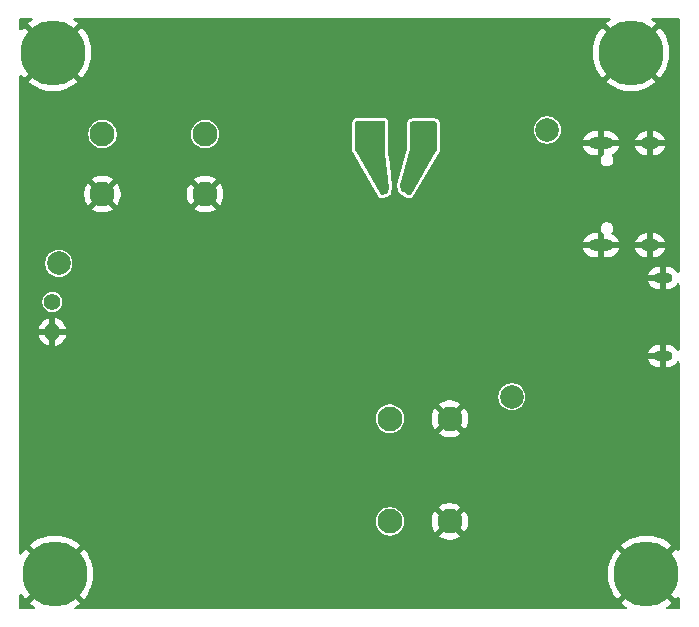
<source format=gbl>
G04 #@! TF.GenerationSoftware,KiCad,Pcbnew,9.0.0*
G04 #@! TF.CreationDate,2025-04-25T18:31:33-04:00*
G04 #@! TF.ProjectId,bq25171_breakout,62713235-3137-4315-9f62-7265616b6f75,rev?*
G04 #@! TF.SameCoordinates,Original*
G04 #@! TF.FileFunction,Copper,L2,Bot*
G04 #@! TF.FilePolarity,Positive*
%FSLAX46Y46*%
G04 Gerber Fmt 4.6, Leading zero omitted, Abs format (unit mm)*
G04 Created by KiCad (PCBNEW 9.0.0) date 2025-04-25 18:31:33*
%MOMM*%
%LPD*%
G01*
G04 APERTURE LIST*
G04 #@! TA.AperFunction,ComponentPad*
%ADD10C,5.500000*%
G04 #@! TD*
G04 #@! TA.AperFunction,ComponentPad*
%ADD11C,2.100000*%
G04 #@! TD*
G04 #@! TA.AperFunction,ComponentPad*
%ADD12C,2.000000*%
G04 #@! TD*
G04 #@! TA.AperFunction,ComponentPad*
%ADD13C,1.400000*%
G04 #@! TD*
G04 #@! TA.AperFunction,ComponentPad*
%ADD14O,1.400000X1.400000*%
G04 #@! TD*
G04 #@! TA.AperFunction,HeatsinkPad*
%ADD15O,2.100000X1.000000*%
G04 #@! TD*
G04 #@! TA.AperFunction,HeatsinkPad*
%ADD16O,1.600000X1.000000*%
G04 #@! TD*
G04 #@! TA.AperFunction,HeatsinkPad*
%ADD17O,1.600000X0.900000*%
G04 #@! TD*
G04 #@! TA.AperFunction,ViaPad*
%ADD18C,0.600000*%
G04 #@! TD*
G04 #@! TA.AperFunction,ViaPad*
%ADD19C,0.450000*%
G04 #@! TD*
G04 APERTURE END LIST*
D10*
X104230000Y-121650000D03*
D11*
X116967500Y-84410000D03*
X108267500Y-84410000D03*
X116967500Y-89490000D03*
X108267500Y-89490000D03*
D10*
X153030000Y-77500000D03*
D12*
X142930000Y-106650000D03*
D10*
X104080000Y-77500000D03*
D13*
X104030000Y-98617500D03*
D14*
X104030000Y-101157500D03*
D12*
X145930000Y-84050000D03*
D10*
X154330000Y-121650000D03*
D15*
X150475000Y-93820000D03*
D16*
X154655000Y-93820000D03*
D15*
X150475000Y-85180000D03*
D16*
X154655000Y-85180000D03*
D17*
X155730000Y-103200000D03*
X155730000Y-96600000D03*
D11*
X132600000Y-108500000D03*
X132600000Y-117200000D03*
X137680000Y-108500000D03*
X137680000Y-117200000D03*
D12*
X104580000Y-95350000D03*
D18*
X134030000Y-92550000D03*
X141780000Y-85050000D03*
D19*
X133730000Y-91100000D03*
D18*
X131630000Y-95950000D03*
X105930000Y-101337500D03*
X131930000Y-95350000D03*
X142430000Y-85050000D03*
X110630000Y-99250000D03*
X126830000Y-84400000D03*
X137330000Y-85300000D03*
X144430000Y-90150000D03*
X108530000Y-98125000D03*
D19*
X132430000Y-91100000D03*
D18*
X124830000Y-84850000D03*
D19*
X111580000Y-97000000D03*
D18*
X103875650Y-113553957D03*
D19*
X110980000Y-97950000D03*
X110430000Y-97000000D03*
D18*
X131130000Y-91950000D03*
X111330000Y-99250000D03*
X139780000Y-84550000D03*
X124180000Y-84850000D03*
X137330000Y-85950000D03*
X128980000Y-85150000D03*
X144430000Y-88450000D03*
X136130000Y-91650000D03*
X139130000Y-84550000D03*
D19*
X110980000Y-96050000D03*
D18*
X131230000Y-95350000D03*
X128980000Y-85800000D03*
X134730000Y-92650000D03*
X109830000Y-113650000D03*
X127480000Y-84400000D03*
X134330000Y-93150000D03*
D19*
X131980000Y-89350000D03*
D18*
X130030000Y-83700000D03*
D19*
X131730000Y-88850000D03*
X132280000Y-88850000D03*
D18*
X130030000Y-84900000D03*
X130030000Y-85500000D03*
X130030000Y-84300000D03*
X136230000Y-84300000D03*
X136230000Y-83700000D03*
X136230000Y-84900000D03*
D19*
X134230000Y-88850000D03*
D18*
X136230000Y-85500000D03*
D19*
X134237152Y-89362500D03*
X133730000Y-88900000D03*
G04 #@! TA.AperFunction,Conductor*
G36*
X132173039Y-83319685D02*
G01*
X132218794Y-83372489D01*
X132230000Y-83424000D01*
X132230000Y-86050006D01*
X132528429Y-88934816D01*
X132527841Y-88965111D01*
X132481496Y-89289528D01*
X132452528Y-89353110D01*
X132414196Y-89382901D01*
X132006774Y-89586612D01*
X131938009Y-89598987D01*
X131873470Y-89572219D01*
X131844007Y-89537831D01*
X131737489Y-89353846D01*
X129696687Y-85828823D01*
X129680000Y-85766695D01*
X129680000Y-83424000D01*
X129699685Y-83356961D01*
X129752489Y-83311206D01*
X129804000Y-83300000D01*
X132106000Y-83300000D01*
X132173039Y-83319685D01*
G37*
G04 #@! TD.AperFunction*
G04 #@! TA.AperFunction,Conductor*
G36*
X103009588Y-122692330D02*
G01*
X103187670Y-122870412D01*
X103289301Y-122944251D01*
X102114971Y-124118580D01*
X102114972Y-124118581D01*
X102291637Y-124263567D01*
X102291651Y-124263577D01*
X102529343Y-124422398D01*
X102574148Y-124476010D01*
X102582855Y-124545335D01*
X102552701Y-124608362D01*
X102493258Y-124645082D01*
X102460452Y-124649500D01*
X101354500Y-124649500D01*
X101287461Y-124629815D01*
X101241706Y-124577011D01*
X101230500Y-124525500D01*
X101230500Y-123419548D01*
X101250185Y-123352509D01*
X101302989Y-123306754D01*
X101372147Y-123296810D01*
X101435703Y-123325835D01*
X101457602Y-123350657D01*
X101616422Y-123588348D01*
X101616432Y-123588362D01*
X101761418Y-123765027D01*
X102935747Y-122590697D01*
X103009588Y-122692330D01*
G37*
G04 #@! TD.AperFunction*
G04 #@! TA.AperFunction,Conductor*
G36*
X151252660Y-74570185D02*
G01*
X151298415Y-74622989D01*
X151308359Y-74692147D01*
X151279334Y-74755703D01*
X151254512Y-74777602D01*
X151091651Y-74886422D01*
X151091650Y-74886423D01*
X150914971Y-75031418D01*
X152089301Y-76205748D01*
X151987670Y-76279588D01*
X151809588Y-76457670D01*
X151735748Y-76559301D01*
X150561418Y-75384971D01*
X150416423Y-75561650D01*
X150416422Y-75561651D01*
X150239025Y-75827144D01*
X150239014Y-75827162D01*
X150088495Y-76108762D01*
X150088493Y-76108767D01*
X149966292Y-76403786D01*
X149873594Y-76709371D01*
X149873591Y-76709382D01*
X149811301Y-77022544D01*
X149811298Y-77022561D01*
X149780000Y-77340341D01*
X149780000Y-77659658D01*
X149811298Y-77977438D01*
X149811301Y-77977455D01*
X149873591Y-78290617D01*
X149873594Y-78290628D01*
X149966292Y-78596213D01*
X150088493Y-78891232D01*
X150088495Y-78891237D01*
X150239014Y-79172837D01*
X150239025Y-79172855D01*
X150416422Y-79438348D01*
X150416432Y-79438362D01*
X150561418Y-79615027D01*
X151735747Y-78440697D01*
X151809588Y-78542330D01*
X151987670Y-78720412D01*
X152089301Y-78794251D01*
X150914971Y-79968580D01*
X150914972Y-79968581D01*
X151091637Y-80113567D01*
X151091651Y-80113577D01*
X151357144Y-80290974D01*
X151357162Y-80290985D01*
X151638762Y-80441504D01*
X151638767Y-80441506D01*
X151933786Y-80563707D01*
X152239371Y-80656405D01*
X152239382Y-80656408D01*
X152552544Y-80718698D01*
X152552561Y-80718701D01*
X152870341Y-80750000D01*
X153189659Y-80750000D01*
X153507438Y-80718701D01*
X153507455Y-80718698D01*
X153820617Y-80656408D01*
X153820628Y-80656405D01*
X154126213Y-80563707D01*
X154421232Y-80441506D01*
X154421237Y-80441504D01*
X154702837Y-80290985D01*
X154702855Y-80290974D01*
X154968348Y-80113577D01*
X154968361Y-80113567D01*
X155145026Y-79968581D01*
X155145027Y-79968580D01*
X153970698Y-78794251D01*
X154072330Y-78720412D01*
X154250412Y-78542330D01*
X154324251Y-78440698D01*
X155498580Y-79615027D01*
X155498581Y-79615026D01*
X155643567Y-79438361D01*
X155643577Y-79438348D01*
X155820974Y-79172855D01*
X155820985Y-79172837D01*
X155971504Y-78891237D01*
X155971506Y-78891232D01*
X156093707Y-78596213D01*
X156186405Y-78290628D01*
X156186408Y-78290617D01*
X156248698Y-77977455D01*
X156248701Y-77977438D01*
X156280000Y-77659658D01*
X156280000Y-77340341D01*
X156248701Y-77022561D01*
X156248698Y-77022544D01*
X156186408Y-76709382D01*
X156186405Y-76709371D01*
X156093707Y-76403786D01*
X155971506Y-76108767D01*
X155971504Y-76108762D01*
X155820985Y-75827162D01*
X155820974Y-75827144D01*
X155643577Y-75561651D01*
X155643567Y-75561637D01*
X155498581Y-75384972D01*
X155498580Y-75384971D01*
X154324250Y-76559300D01*
X154250412Y-76457670D01*
X154072330Y-76279588D01*
X153970698Y-76205748D01*
X155145027Y-75031418D01*
X154968362Y-74886432D01*
X154968348Y-74886422D01*
X154805488Y-74777602D01*
X154760683Y-74723990D01*
X154751976Y-74654665D01*
X154782130Y-74591637D01*
X154841573Y-74554918D01*
X154874379Y-74550500D01*
X157005500Y-74550500D01*
X157072539Y-74570185D01*
X157118294Y-74622989D01*
X157129500Y-74674500D01*
X157129500Y-96051958D01*
X157109815Y-96118997D01*
X157057011Y-96164752D01*
X156987853Y-96174696D01*
X156924297Y-96145671D01*
X156902398Y-96120849D01*
X156817913Y-95994410D01*
X156817910Y-95994406D01*
X156685593Y-95862089D01*
X156685589Y-95862086D01*
X156530000Y-95758124D01*
X156529991Y-95758119D01*
X156357105Y-95686508D01*
X156357097Y-95686506D01*
X156173570Y-95650000D01*
X155980000Y-95650000D01*
X155980000Y-96350000D01*
X155480000Y-96350000D01*
X155480000Y-95650000D01*
X155286430Y-95650000D01*
X155102902Y-95686506D01*
X155102894Y-95686508D01*
X154930008Y-95758119D01*
X154929999Y-95758124D01*
X154774410Y-95862086D01*
X154774406Y-95862089D01*
X154642089Y-95994406D01*
X154642086Y-95994410D01*
X154538124Y-96149999D01*
X154538119Y-96150008D01*
X154466507Y-96322896D01*
X154466506Y-96322899D01*
X154461115Y-96349999D01*
X154461116Y-96350000D01*
X155330272Y-96350000D01*
X155238386Y-96388060D01*
X155168060Y-96458386D01*
X155130000Y-96550272D01*
X155130000Y-96649728D01*
X155168060Y-96741614D01*
X155238386Y-96811940D01*
X155330272Y-96850000D01*
X154461116Y-96850000D01*
X154466506Y-96877100D01*
X154466507Y-96877103D01*
X154538119Y-97049991D01*
X154538124Y-97050000D01*
X154642086Y-97205589D01*
X154642089Y-97205593D01*
X154774406Y-97337910D01*
X154774410Y-97337913D01*
X154929999Y-97441875D01*
X154930008Y-97441880D01*
X155102894Y-97513491D01*
X155102902Y-97513493D01*
X155286428Y-97549999D01*
X155286431Y-97550000D01*
X155480000Y-97550000D01*
X155480000Y-96850000D01*
X155980000Y-96850000D01*
X155980000Y-97550000D01*
X156173569Y-97550000D01*
X156173571Y-97549999D01*
X156357097Y-97513493D01*
X156357105Y-97513491D01*
X156529991Y-97441880D01*
X156530000Y-97441875D01*
X156685589Y-97337913D01*
X156685593Y-97337910D01*
X156817910Y-97205593D01*
X156817913Y-97205589D01*
X156902398Y-97079150D01*
X156956010Y-97034345D01*
X157025335Y-97025638D01*
X157088363Y-97055792D01*
X157125082Y-97115235D01*
X157129500Y-97148041D01*
X157129500Y-102651958D01*
X157109815Y-102718997D01*
X157057011Y-102764752D01*
X156987853Y-102774696D01*
X156924297Y-102745671D01*
X156902398Y-102720849D01*
X156817913Y-102594410D01*
X156817910Y-102594406D01*
X156685593Y-102462089D01*
X156685589Y-102462086D01*
X156530000Y-102358124D01*
X156529991Y-102358119D01*
X156357105Y-102286508D01*
X156357097Y-102286506D01*
X156173570Y-102250000D01*
X155980000Y-102250000D01*
X155980000Y-102950000D01*
X155480000Y-102950000D01*
X155480000Y-102250000D01*
X155286430Y-102250000D01*
X155102902Y-102286506D01*
X155102894Y-102286508D01*
X154930008Y-102358119D01*
X154929999Y-102358124D01*
X154774410Y-102462086D01*
X154774406Y-102462089D01*
X154642089Y-102594406D01*
X154642086Y-102594410D01*
X154538124Y-102749999D01*
X154538119Y-102750008D01*
X154466507Y-102922896D01*
X154466506Y-102922899D01*
X154461115Y-102949999D01*
X154461116Y-102950000D01*
X155330272Y-102950000D01*
X155238386Y-102988060D01*
X155168060Y-103058386D01*
X155130000Y-103150272D01*
X155130000Y-103249728D01*
X155168060Y-103341614D01*
X155238386Y-103411940D01*
X155330272Y-103450000D01*
X154461116Y-103450000D01*
X154466506Y-103477100D01*
X154466507Y-103477103D01*
X154538119Y-103649991D01*
X154538124Y-103650000D01*
X154642086Y-103805589D01*
X154642089Y-103805593D01*
X154774406Y-103937910D01*
X154774410Y-103937913D01*
X154929999Y-104041875D01*
X154930008Y-104041880D01*
X155102894Y-104113491D01*
X155102902Y-104113493D01*
X155286428Y-104149999D01*
X155286431Y-104150000D01*
X155480000Y-104150000D01*
X155480000Y-103450000D01*
X155980000Y-103450000D01*
X155980000Y-104150000D01*
X156173569Y-104150000D01*
X156173571Y-104149999D01*
X156357097Y-104113493D01*
X156357105Y-104113491D01*
X156529991Y-104041880D01*
X156530000Y-104041875D01*
X156685589Y-103937913D01*
X156685593Y-103937910D01*
X156817910Y-103805593D01*
X156817913Y-103805589D01*
X156902398Y-103679150D01*
X156956010Y-103634345D01*
X157025335Y-103625638D01*
X157088363Y-103655792D01*
X157125082Y-103715235D01*
X157129500Y-103748041D01*
X157129500Y-119591640D01*
X157109815Y-119658679D01*
X157057011Y-119704434D01*
X156987853Y-119714378D01*
X156924297Y-119685353D01*
X156909647Y-119670305D01*
X156798581Y-119534972D01*
X156798580Y-119534971D01*
X155624250Y-120709300D01*
X155550412Y-120607670D01*
X155372330Y-120429588D01*
X155270698Y-120355748D01*
X156445027Y-119181418D01*
X156268362Y-119036432D01*
X156268348Y-119036422D01*
X156002855Y-118859025D01*
X156002837Y-118859014D01*
X155721237Y-118708495D01*
X155721232Y-118708493D01*
X155426213Y-118586292D01*
X155120628Y-118493594D01*
X155120617Y-118493591D01*
X154807455Y-118431301D01*
X154807438Y-118431298D01*
X154489659Y-118400000D01*
X154170341Y-118400000D01*
X153852561Y-118431298D01*
X153852544Y-118431301D01*
X153539382Y-118493591D01*
X153539371Y-118493594D01*
X153233786Y-118586292D01*
X152938767Y-118708493D01*
X152938762Y-118708495D01*
X152657162Y-118859014D01*
X152657144Y-118859025D01*
X152391651Y-119036422D01*
X152391650Y-119036423D01*
X152214971Y-119181418D01*
X153389301Y-120355748D01*
X153287670Y-120429588D01*
X153109588Y-120607670D01*
X153035748Y-120709301D01*
X151861418Y-119534971D01*
X151716423Y-119711650D01*
X151716422Y-119711651D01*
X151539025Y-119977144D01*
X151539014Y-119977162D01*
X151388495Y-120258762D01*
X151388493Y-120258767D01*
X151266292Y-120553786D01*
X151173594Y-120859371D01*
X151173591Y-120859382D01*
X151111301Y-121172544D01*
X151111298Y-121172561D01*
X151080000Y-121490341D01*
X151080000Y-121809658D01*
X151111298Y-122127438D01*
X151111301Y-122127455D01*
X151173591Y-122440617D01*
X151173594Y-122440628D01*
X151266292Y-122746213D01*
X151388493Y-123041232D01*
X151388495Y-123041237D01*
X151539014Y-123322837D01*
X151539025Y-123322855D01*
X151716422Y-123588348D01*
X151716432Y-123588362D01*
X151861418Y-123765027D01*
X153035747Y-122590697D01*
X153109588Y-122692330D01*
X153287670Y-122870412D01*
X153389301Y-122944251D01*
X152214971Y-124118580D01*
X152214972Y-124118581D01*
X152391637Y-124263567D01*
X152391651Y-124263577D01*
X152629343Y-124422398D01*
X152674148Y-124476010D01*
X152682855Y-124545335D01*
X152652701Y-124608362D01*
X152593258Y-124645082D01*
X152560452Y-124649500D01*
X105999548Y-124649500D01*
X105932509Y-124629815D01*
X105886754Y-124577011D01*
X105876810Y-124507853D01*
X105905835Y-124444297D01*
X105930657Y-124422398D01*
X106168348Y-124263577D01*
X106168361Y-124263567D01*
X106345026Y-124118581D01*
X106345027Y-124118580D01*
X105170698Y-122944251D01*
X105272330Y-122870412D01*
X105450412Y-122692330D01*
X105524251Y-122590698D01*
X106698580Y-123765027D01*
X106698581Y-123765026D01*
X106843567Y-123588361D01*
X106843577Y-123588348D01*
X107020974Y-123322855D01*
X107020985Y-123322837D01*
X107171504Y-123041237D01*
X107171506Y-123041232D01*
X107293707Y-122746213D01*
X107386405Y-122440628D01*
X107386408Y-122440617D01*
X107448698Y-122127455D01*
X107448701Y-122127438D01*
X107480000Y-121809658D01*
X107480000Y-121490341D01*
X107448701Y-121172561D01*
X107448698Y-121172544D01*
X107386408Y-120859382D01*
X107386405Y-120859371D01*
X107293707Y-120553786D01*
X107171506Y-120258767D01*
X107171504Y-120258762D01*
X107020985Y-119977162D01*
X107020974Y-119977144D01*
X106843577Y-119711651D01*
X106843567Y-119711637D01*
X106698581Y-119534972D01*
X106698580Y-119534971D01*
X105524250Y-120709300D01*
X105450412Y-120607670D01*
X105272330Y-120429588D01*
X105170698Y-120355748D01*
X106345027Y-119181418D01*
X106168362Y-119036432D01*
X106168348Y-119036422D01*
X105902855Y-118859025D01*
X105902837Y-118859014D01*
X105621237Y-118708495D01*
X105621232Y-118708493D01*
X105326213Y-118586292D01*
X105020628Y-118493594D01*
X105020617Y-118493591D01*
X104707455Y-118431301D01*
X104707438Y-118431298D01*
X104389659Y-118400000D01*
X104070341Y-118400000D01*
X103752561Y-118431298D01*
X103752544Y-118431301D01*
X103439382Y-118493591D01*
X103439371Y-118493594D01*
X103133786Y-118586292D01*
X102838767Y-118708493D01*
X102838762Y-118708495D01*
X102557162Y-118859014D01*
X102557144Y-118859025D01*
X102291651Y-119036422D01*
X102291650Y-119036423D01*
X102114971Y-119181418D01*
X103289301Y-120355748D01*
X103187670Y-120429588D01*
X103009588Y-120607670D01*
X102935748Y-120709301D01*
X101761418Y-119534971D01*
X101616423Y-119711650D01*
X101616422Y-119711651D01*
X101457602Y-119949342D01*
X101403990Y-119994147D01*
X101334665Y-120002854D01*
X101271637Y-119972700D01*
X101234918Y-119913256D01*
X101230500Y-119880451D01*
X101230500Y-117105324D01*
X131397100Y-117105324D01*
X131397100Y-117294675D01*
X131426719Y-117481681D01*
X131485226Y-117661750D01*
X131485228Y-117661753D01*
X131571187Y-117830457D01*
X131682479Y-117983637D01*
X131816363Y-118117521D01*
X131969543Y-118228813D01*
X132110649Y-118300710D01*
X132138249Y-118314773D01*
X132228283Y-118344026D01*
X132318320Y-118373281D01*
X132404933Y-118386998D01*
X132505325Y-118402900D01*
X132505330Y-118402900D01*
X132694675Y-118402900D01*
X132785332Y-118388540D01*
X132881680Y-118373281D01*
X133061753Y-118314772D01*
X133077616Y-118306689D01*
X133089350Y-118300711D01*
X133089351Y-118300710D01*
X133230457Y-118228813D01*
X133383637Y-118117521D01*
X133517521Y-117983637D01*
X133628813Y-117830457D01*
X133714772Y-117661753D01*
X133773281Y-117481680D01*
X133798573Y-117321993D01*
X133802900Y-117294675D01*
X133802900Y-117105329D01*
X133800874Y-117092537D01*
X133800874Y-117092534D01*
X133798573Y-117078006D01*
X136130000Y-117078006D01*
X136130000Y-117321993D01*
X136168165Y-117562959D01*
X136243560Y-117794998D01*
X136354323Y-118012380D01*
X136421543Y-118104901D01*
X136421544Y-118104902D01*
X137040689Y-117485756D01*
X137059668Y-117531574D01*
X137136274Y-117646224D01*
X137233776Y-117743726D01*
X137348426Y-117820332D01*
X137394242Y-117839309D01*
X136775096Y-118458454D01*
X136775097Y-118458456D01*
X136867619Y-118525676D01*
X137085001Y-118636439D01*
X137317040Y-118711834D01*
X137558007Y-118750000D01*
X137801993Y-118750000D01*
X138042959Y-118711834D01*
X138274998Y-118636439D01*
X138492377Y-118525678D01*
X138584901Y-118458454D01*
X138584902Y-118458454D01*
X137965757Y-117839309D01*
X138011574Y-117820332D01*
X138126224Y-117743726D01*
X138223726Y-117646224D01*
X138300332Y-117531574D01*
X138319309Y-117485757D01*
X138938454Y-118104902D01*
X138938454Y-118104901D01*
X139005678Y-118012377D01*
X139116439Y-117794998D01*
X139191834Y-117562959D01*
X139230000Y-117321993D01*
X139230000Y-117078006D01*
X139191834Y-116837040D01*
X139116439Y-116605001D01*
X139005676Y-116387619D01*
X138938456Y-116295097D01*
X138938454Y-116295096D01*
X138319309Y-116914241D01*
X138300332Y-116868426D01*
X138223726Y-116753776D01*
X138126224Y-116656274D01*
X138011574Y-116579668D01*
X137965756Y-116560689D01*
X138584902Y-115941544D01*
X138584901Y-115941543D01*
X138492380Y-115874323D01*
X138274998Y-115763560D01*
X138042959Y-115688165D01*
X137801993Y-115650000D01*
X137558007Y-115650000D01*
X137317040Y-115688165D01*
X137085001Y-115763560D01*
X136867626Y-115874319D01*
X136775097Y-115941544D01*
X137394243Y-116560689D01*
X137348426Y-116579668D01*
X137233776Y-116656274D01*
X137136274Y-116753776D01*
X137059668Y-116868426D01*
X137040690Y-116914243D01*
X136421544Y-116295097D01*
X136354319Y-116387626D01*
X136243560Y-116605001D01*
X136168165Y-116837040D01*
X136130000Y-117078006D01*
X133798573Y-117078006D01*
X133785555Y-116995818D01*
X133773281Y-116918320D01*
X133714772Y-116738247D01*
X133628813Y-116569543D01*
X133517521Y-116416363D01*
X133383637Y-116282479D01*
X133230457Y-116171187D01*
X133089346Y-116099287D01*
X133089345Y-116099286D01*
X133061752Y-116085227D01*
X133061753Y-116085227D01*
X132881681Y-116026719D01*
X132694675Y-115997100D01*
X132694670Y-115997100D01*
X132505330Y-115997100D01*
X132505325Y-115997100D01*
X132318318Y-116026719D01*
X132138249Y-116085226D01*
X131969542Y-116171187D01*
X131882147Y-116234683D01*
X131816363Y-116282479D01*
X131816361Y-116282481D01*
X131816360Y-116282481D01*
X131682481Y-116416360D01*
X131682481Y-116416361D01*
X131682479Y-116416363D01*
X131634683Y-116482147D01*
X131571187Y-116569542D01*
X131485226Y-116738249D01*
X131426719Y-116918318D01*
X131397100Y-117105324D01*
X101230500Y-117105324D01*
X101230500Y-108405324D01*
X131397100Y-108405324D01*
X131397100Y-108594675D01*
X131426719Y-108781681D01*
X131485226Y-108961750D01*
X131485228Y-108961753D01*
X131571187Y-109130457D01*
X131682479Y-109283637D01*
X131816363Y-109417521D01*
X131969543Y-109528813D01*
X132110649Y-109600710D01*
X132138249Y-109614773D01*
X132228283Y-109644026D01*
X132318320Y-109673281D01*
X132404933Y-109686998D01*
X132505325Y-109702900D01*
X132505330Y-109702900D01*
X132694675Y-109702900D01*
X132785332Y-109688540D01*
X132881680Y-109673281D01*
X133061753Y-109614772D01*
X133077616Y-109606689D01*
X133089350Y-109600711D01*
X133089351Y-109600710D01*
X133230457Y-109528813D01*
X133383637Y-109417521D01*
X133517521Y-109283637D01*
X133628813Y-109130457D01*
X133714772Y-108961753D01*
X133773281Y-108781680D01*
X133798573Y-108621993D01*
X133802900Y-108594675D01*
X133802900Y-108405329D01*
X133800874Y-108392537D01*
X133800874Y-108392534D01*
X133798573Y-108378006D01*
X136130000Y-108378006D01*
X136130000Y-108621993D01*
X136168165Y-108862959D01*
X136243560Y-109094998D01*
X136354323Y-109312380D01*
X136421543Y-109404901D01*
X136421544Y-109404902D01*
X137040689Y-108785756D01*
X137059668Y-108831574D01*
X137136274Y-108946224D01*
X137233776Y-109043726D01*
X137348426Y-109120332D01*
X137394242Y-109139309D01*
X136775096Y-109758454D01*
X136775097Y-109758456D01*
X136867619Y-109825676D01*
X137085001Y-109936439D01*
X137317040Y-110011834D01*
X137558007Y-110050000D01*
X137801993Y-110050000D01*
X138042959Y-110011834D01*
X138274998Y-109936439D01*
X138492377Y-109825678D01*
X138584901Y-109758454D01*
X138584902Y-109758454D01*
X137965757Y-109139309D01*
X138011574Y-109120332D01*
X138126224Y-109043726D01*
X138223726Y-108946224D01*
X138300332Y-108831574D01*
X138319309Y-108785757D01*
X138938454Y-109404902D01*
X138938454Y-109404901D01*
X139005678Y-109312377D01*
X139116439Y-109094998D01*
X139191834Y-108862959D01*
X139230000Y-108621993D01*
X139230000Y-108378006D01*
X139191834Y-108137040D01*
X139116439Y-107905001D01*
X139005676Y-107687619D01*
X138938456Y-107595097D01*
X138938454Y-107595096D01*
X138319309Y-108214241D01*
X138300332Y-108168426D01*
X138223726Y-108053776D01*
X138126224Y-107956274D01*
X138011574Y-107879668D01*
X137965756Y-107860689D01*
X138584902Y-107241544D01*
X138584901Y-107241543D01*
X138492380Y-107174323D01*
X138274998Y-107063560D01*
X138042959Y-106988165D01*
X137801993Y-106950000D01*
X137558007Y-106950000D01*
X137317040Y-106988165D01*
X137085001Y-107063560D01*
X136867626Y-107174319D01*
X136775097Y-107241544D01*
X137394243Y-107860689D01*
X137348426Y-107879668D01*
X137233776Y-107956274D01*
X137136274Y-108053776D01*
X137059668Y-108168426D01*
X137040690Y-108214243D01*
X136421544Y-107595097D01*
X136354319Y-107687626D01*
X136243560Y-107905001D01*
X136168165Y-108137040D01*
X136130000Y-108378006D01*
X133798573Y-108378006D01*
X133785555Y-108295818D01*
X133773281Y-108218320D01*
X133714772Y-108038247D01*
X133628813Y-107869543D01*
X133517521Y-107716363D01*
X133383637Y-107582479D01*
X133230457Y-107471187D01*
X133089346Y-107399287D01*
X133089345Y-107399286D01*
X133061752Y-107385227D01*
X133061753Y-107385227D01*
X132881681Y-107326719D01*
X132694675Y-107297100D01*
X132694670Y-107297100D01*
X132505330Y-107297100D01*
X132505325Y-107297100D01*
X132318318Y-107326719D01*
X132138249Y-107385226D01*
X131969542Y-107471187D01*
X131889447Y-107529380D01*
X131816363Y-107582479D01*
X131816361Y-107582481D01*
X131816360Y-107582481D01*
X131682481Y-107716360D01*
X131682481Y-107716361D01*
X131682479Y-107716363D01*
X131640231Y-107774512D01*
X131571187Y-107869542D01*
X131485226Y-108038249D01*
X131426719Y-108218318D01*
X131397100Y-108405324D01*
X101230500Y-108405324D01*
X101230500Y-106559259D01*
X141777100Y-106559259D01*
X141777100Y-106740740D01*
X141805487Y-106919967D01*
X141805488Y-106919971D01*
X141861566Y-107092560D01*
X141943951Y-107254251D01*
X142050617Y-107401064D01*
X142178936Y-107529383D01*
X142325749Y-107636049D01*
X142487440Y-107718434D01*
X142660029Y-107774512D01*
X142727242Y-107785157D01*
X142839260Y-107802900D01*
X142839265Y-107802900D01*
X143020740Y-107802900D01*
X143120310Y-107787128D01*
X143199971Y-107774512D01*
X143372560Y-107718434D01*
X143534251Y-107636049D01*
X143681064Y-107529383D01*
X143809383Y-107401064D01*
X143916049Y-107254251D01*
X143998434Y-107092560D01*
X144054512Y-106919971D01*
X144067128Y-106840310D01*
X144082900Y-106740740D01*
X144082900Y-106559259D01*
X144054512Y-106380032D01*
X144054512Y-106380029D01*
X143998434Y-106207440D01*
X143916049Y-106045749D01*
X143809383Y-105898936D01*
X143681064Y-105770617D01*
X143534251Y-105663951D01*
X143372560Y-105581566D01*
X143199971Y-105525488D01*
X143199969Y-105525487D01*
X143199967Y-105525487D01*
X143020740Y-105497100D01*
X143020735Y-105497100D01*
X142839265Y-105497100D01*
X142839260Y-105497100D01*
X142660032Y-105525487D01*
X142487437Y-105581567D01*
X142325748Y-105663951D01*
X142241986Y-105724808D01*
X142178936Y-105770617D01*
X142178934Y-105770619D01*
X142178933Y-105770619D01*
X142050619Y-105898933D01*
X142050619Y-105898934D01*
X142050617Y-105898936D01*
X142004808Y-105961986D01*
X141943951Y-106045748D01*
X141861567Y-106207437D01*
X141805487Y-106380032D01*
X141777100Y-106559259D01*
X101230500Y-106559259D01*
X101230500Y-101407500D01*
X102854638Y-101407500D01*
X102859548Y-101438502D01*
X102917914Y-101618137D01*
X103003670Y-101786440D01*
X103114685Y-101939241D01*
X103114689Y-101939246D01*
X103248253Y-102072810D01*
X103248258Y-102072814D01*
X103401059Y-102183829D01*
X103569362Y-102269585D01*
X103748997Y-102327951D01*
X103780000Y-102332862D01*
X103780000Y-102332861D01*
X104280000Y-102332861D01*
X104311002Y-102327951D01*
X104490637Y-102269585D01*
X104658940Y-102183829D01*
X104811741Y-102072814D01*
X104811746Y-102072810D01*
X104945310Y-101939246D01*
X104945314Y-101939241D01*
X105056329Y-101786440D01*
X105142085Y-101618137D01*
X105200451Y-101438502D01*
X105205362Y-101407500D01*
X104280000Y-101407500D01*
X104280000Y-102332861D01*
X103780000Y-102332861D01*
X103780000Y-101407500D01*
X102854638Y-101407500D01*
X101230500Y-101407500D01*
X101230500Y-101111422D01*
X103680000Y-101111422D01*
X103680000Y-101203578D01*
X103703852Y-101292595D01*
X103749930Y-101372405D01*
X103815095Y-101437570D01*
X103894905Y-101483648D01*
X103983922Y-101507500D01*
X104076078Y-101507500D01*
X104165095Y-101483648D01*
X104244905Y-101437570D01*
X104310070Y-101372405D01*
X104356148Y-101292595D01*
X104380000Y-101203578D01*
X104380000Y-101111422D01*
X104356148Y-101022405D01*
X104310070Y-100942595D01*
X104274975Y-100907500D01*
X104280000Y-100907500D01*
X105205362Y-100907500D01*
X105200451Y-100876497D01*
X105142085Y-100696862D01*
X105056329Y-100528559D01*
X104945314Y-100375758D01*
X104945310Y-100375753D01*
X104811746Y-100242189D01*
X104811741Y-100242185D01*
X104658940Y-100131170D01*
X104490635Y-100045413D01*
X104311004Y-99987049D01*
X104310995Y-99987047D01*
X104280000Y-99982137D01*
X104280000Y-100907500D01*
X104274975Y-100907500D01*
X104244905Y-100877430D01*
X104165095Y-100831352D01*
X104076078Y-100807500D01*
X103983922Y-100807500D01*
X103894905Y-100831352D01*
X103815095Y-100877430D01*
X103749930Y-100942595D01*
X103703852Y-101022405D01*
X103680000Y-101111422D01*
X101230500Y-101111422D01*
X101230500Y-100907500D01*
X102854638Y-100907500D01*
X103780000Y-100907500D01*
X103780000Y-99982137D01*
X103779999Y-99982137D01*
X103749004Y-99987047D01*
X103748995Y-99987049D01*
X103569364Y-100045413D01*
X103401059Y-100131170D01*
X103248258Y-100242185D01*
X103248253Y-100242189D01*
X103114689Y-100375753D01*
X103114685Y-100375758D01*
X103003670Y-100528559D01*
X102917914Y-100696862D01*
X102859548Y-100876497D01*
X102854638Y-100907500D01*
X101230500Y-100907500D01*
X101230500Y-98533492D01*
X103177100Y-98533492D01*
X103177100Y-98701507D01*
X103209874Y-98866274D01*
X103209876Y-98866282D01*
X103274168Y-99021496D01*
X103274173Y-99021506D01*
X103367508Y-99161191D01*
X103367511Y-99161195D01*
X103486304Y-99279988D01*
X103486308Y-99279991D01*
X103625993Y-99373326D01*
X103625997Y-99373328D01*
X103626000Y-99373330D01*
X103781218Y-99437624D01*
X103945992Y-99470399D01*
X103945996Y-99470400D01*
X103945997Y-99470400D01*
X104114004Y-99470400D01*
X104114005Y-99470399D01*
X104278782Y-99437624D01*
X104434000Y-99373330D01*
X104573692Y-99279991D01*
X104692491Y-99161192D01*
X104785830Y-99021500D01*
X104850124Y-98866282D01*
X104882900Y-98701503D01*
X104882900Y-98533497D01*
X104850124Y-98368718D01*
X104785830Y-98213500D01*
X104785828Y-98213497D01*
X104785826Y-98213493D01*
X104692491Y-98073808D01*
X104692488Y-98073804D01*
X104573695Y-97955011D01*
X104573691Y-97955008D01*
X104434006Y-97861673D01*
X104433996Y-97861668D01*
X104278782Y-97797376D01*
X104278774Y-97797374D01*
X104114007Y-97764600D01*
X104114003Y-97764600D01*
X103945997Y-97764600D01*
X103945992Y-97764600D01*
X103781225Y-97797374D01*
X103781217Y-97797376D01*
X103626003Y-97861668D01*
X103625993Y-97861673D01*
X103486308Y-97955008D01*
X103486304Y-97955011D01*
X103367511Y-98073804D01*
X103367508Y-98073808D01*
X103274173Y-98213493D01*
X103274168Y-98213503D01*
X103209876Y-98368717D01*
X103209874Y-98368725D01*
X103177100Y-98533492D01*
X101230500Y-98533492D01*
X101230500Y-95259259D01*
X103427100Y-95259259D01*
X103427100Y-95440740D01*
X103455487Y-95619967D01*
X103455488Y-95619971D01*
X103500375Y-95758119D01*
X103511567Y-95792562D01*
X103593951Y-95954251D01*
X103700617Y-96101064D01*
X103828936Y-96229383D01*
X103975749Y-96336049D01*
X104137440Y-96418434D01*
X104310029Y-96474512D01*
X104377242Y-96485157D01*
X104489260Y-96502900D01*
X104489265Y-96502900D01*
X104670740Y-96502900D01*
X104770310Y-96487128D01*
X104849971Y-96474512D01*
X105022560Y-96418434D01*
X105184251Y-96336049D01*
X105331064Y-96229383D01*
X105459383Y-96101064D01*
X105566049Y-95954251D01*
X105648434Y-95792560D01*
X105704512Y-95619971D01*
X105717128Y-95540310D01*
X105732900Y-95440740D01*
X105732900Y-95259259D01*
X105704512Y-95080032D01*
X105704512Y-95080029D01*
X105648434Y-94907440D01*
X105566049Y-94745749D01*
X105459383Y-94598936D01*
X105331064Y-94470617D01*
X105184251Y-94363951D01*
X105022560Y-94281566D01*
X104849971Y-94225488D01*
X104849969Y-94225487D01*
X104849967Y-94225487D01*
X104670740Y-94197100D01*
X104670735Y-94197100D01*
X104489265Y-94197100D01*
X104489260Y-94197100D01*
X104310032Y-94225487D01*
X104137437Y-94281567D01*
X103975748Y-94363951D01*
X103891986Y-94424808D01*
X103828936Y-94470617D01*
X103828934Y-94470619D01*
X103828933Y-94470619D01*
X103700619Y-94598933D01*
X103700619Y-94598934D01*
X103700617Y-94598936D01*
X103654808Y-94661986D01*
X103593951Y-94745748D01*
X103511567Y-94907437D01*
X103455487Y-95080032D01*
X103427100Y-95259259D01*
X101230500Y-95259259D01*
X101230500Y-93570000D01*
X148955138Y-93570000D01*
X149758012Y-93570000D01*
X149740795Y-93579940D01*
X149684940Y-93635795D01*
X149645444Y-93704204D01*
X149625000Y-93780504D01*
X149625000Y-93859496D01*
X149645444Y-93935796D01*
X149684940Y-94004205D01*
X149740795Y-94060060D01*
X149758012Y-94070000D01*
X148955138Y-94070000D01*
X148963430Y-94111690D01*
X148963430Y-94111692D01*
X149038807Y-94293671D01*
X149038814Y-94293684D01*
X149148248Y-94457462D01*
X149148251Y-94457466D01*
X149287533Y-94596748D01*
X149287537Y-94596751D01*
X149451315Y-94706185D01*
X149451328Y-94706192D01*
X149633306Y-94781569D01*
X149633318Y-94781572D01*
X149826504Y-94819999D01*
X149826508Y-94820000D01*
X150225000Y-94820000D01*
X150225000Y-94120000D01*
X150725000Y-94120000D01*
X150725000Y-94820000D01*
X151123492Y-94820000D01*
X151123495Y-94819999D01*
X151316681Y-94781572D01*
X151316693Y-94781569D01*
X151498671Y-94706192D01*
X151498684Y-94706185D01*
X151662462Y-94596751D01*
X151662466Y-94596748D01*
X151801748Y-94457466D01*
X151801751Y-94457462D01*
X151911185Y-94293684D01*
X151911192Y-94293671D01*
X151986569Y-94111692D01*
X151986569Y-94111690D01*
X151994862Y-94070000D01*
X151191988Y-94070000D01*
X151209205Y-94060060D01*
X151265060Y-94004205D01*
X151304556Y-93935796D01*
X151325000Y-93859496D01*
X151325000Y-93780504D01*
X151304556Y-93704204D01*
X151265060Y-93635795D01*
X151209205Y-93579940D01*
X151191988Y-93570000D01*
X151994862Y-93570000D01*
X153385138Y-93570000D01*
X154188012Y-93570000D01*
X154170795Y-93579940D01*
X154114940Y-93635795D01*
X154075444Y-93704204D01*
X154055000Y-93780504D01*
X154055000Y-93859496D01*
X154075444Y-93935796D01*
X154114940Y-94004205D01*
X154170795Y-94060060D01*
X154188012Y-94070000D01*
X153385138Y-94070000D01*
X153393430Y-94111690D01*
X153393430Y-94111692D01*
X153468807Y-94293671D01*
X153468814Y-94293684D01*
X153578248Y-94457462D01*
X153578251Y-94457466D01*
X153717533Y-94596748D01*
X153717537Y-94596751D01*
X153881315Y-94706185D01*
X153881328Y-94706192D01*
X154063306Y-94781569D01*
X154063318Y-94781572D01*
X154256504Y-94819999D01*
X154256508Y-94820000D01*
X154405000Y-94820000D01*
X154405000Y-94120000D01*
X154905000Y-94120000D01*
X154905000Y-94820000D01*
X155053492Y-94820000D01*
X155053495Y-94819999D01*
X155246681Y-94781572D01*
X155246693Y-94781569D01*
X155428671Y-94706192D01*
X155428684Y-94706185D01*
X155592462Y-94596751D01*
X155592466Y-94596748D01*
X155731748Y-94457466D01*
X155731751Y-94457462D01*
X155841185Y-94293684D01*
X155841192Y-94293671D01*
X155916569Y-94111692D01*
X155916569Y-94111690D01*
X155924862Y-94070000D01*
X155121988Y-94070000D01*
X155139205Y-94060060D01*
X155195060Y-94004205D01*
X155234556Y-93935796D01*
X155255000Y-93859496D01*
X155255000Y-93780504D01*
X155234556Y-93704204D01*
X155195060Y-93635795D01*
X155139205Y-93579940D01*
X155121988Y-93570000D01*
X155924862Y-93570000D01*
X155916569Y-93528309D01*
X155916569Y-93528307D01*
X155841192Y-93346328D01*
X155841185Y-93346315D01*
X155731751Y-93182537D01*
X155731748Y-93182533D01*
X155592466Y-93043251D01*
X155592462Y-93043248D01*
X155428684Y-92933814D01*
X155428671Y-92933807D01*
X155246693Y-92858430D01*
X155246681Y-92858427D01*
X155053495Y-92820000D01*
X154905000Y-92820000D01*
X154905000Y-93520000D01*
X154405000Y-93520000D01*
X154405000Y-92820000D01*
X154256504Y-92820000D01*
X154063318Y-92858427D01*
X154063306Y-92858430D01*
X153881328Y-92933807D01*
X153881315Y-92933814D01*
X153717537Y-93043248D01*
X153717533Y-93043251D01*
X153578251Y-93182533D01*
X153578248Y-93182537D01*
X153468814Y-93346315D01*
X153468807Y-93346328D01*
X153393430Y-93528307D01*
X153393430Y-93528309D01*
X153385138Y-93570000D01*
X151994862Y-93570000D01*
X151986569Y-93528309D01*
X151986569Y-93528307D01*
X151911192Y-93346328D01*
X151911185Y-93346315D01*
X151801751Y-93182537D01*
X151801748Y-93182533D01*
X151662466Y-93043251D01*
X151662462Y-93043248D01*
X151498684Y-92933814D01*
X151498672Y-92933807D01*
X151440802Y-92909838D01*
X151386398Y-92865998D01*
X151364333Y-92799704D01*
X151381612Y-92732004D01*
X151391233Y-92719627D01*
X151390559Y-92719110D01*
X151395500Y-92712669D01*
X151395505Y-92712665D01*
X151464688Y-92592836D01*
X151500500Y-92459183D01*
X151500500Y-92320817D01*
X151464688Y-92187164D01*
X151395505Y-92067335D01*
X151297665Y-91969495D01*
X151297664Y-91969494D01*
X151297661Y-91969492D01*
X151177838Y-91900313D01*
X151177837Y-91900312D01*
X151177836Y-91900312D01*
X151044183Y-91864500D01*
X150905817Y-91864500D01*
X150772164Y-91900312D01*
X150772161Y-91900313D01*
X150652338Y-91969492D01*
X150652333Y-91969496D01*
X150554496Y-92067333D01*
X150554492Y-92067338D01*
X150485313Y-92187161D01*
X150485312Y-92187164D01*
X150449500Y-92320817D01*
X150449500Y-92459182D01*
X150485312Y-92592835D01*
X150485313Y-92592838D01*
X150554492Y-92712661D01*
X150554494Y-92712664D01*
X150554495Y-92712665D01*
X150652335Y-92810505D01*
X150652336Y-92810506D01*
X150652338Y-92810507D01*
X150662996Y-92816660D01*
X150711214Y-92867225D01*
X150725000Y-92924049D01*
X150725000Y-93520000D01*
X150225000Y-93520000D01*
X150225000Y-92820000D01*
X149826504Y-92820000D01*
X149633318Y-92858427D01*
X149633306Y-92858430D01*
X149451328Y-92933807D01*
X149451315Y-92933814D01*
X149287537Y-93043248D01*
X149287533Y-93043251D01*
X149148251Y-93182533D01*
X149148248Y-93182537D01*
X149038814Y-93346315D01*
X149038807Y-93346328D01*
X148963430Y-93528307D01*
X148963430Y-93528309D01*
X148955138Y-93570000D01*
X101230500Y-93570000D01*
X101230500Y-89368006D01*
X106717500Y-89368006D01*
X106717500Y-89611993D01*
X106755665Y-89852959D01*
X106831060Y-90084998D01*
X106941823Y-90302380D01*
X107009043Y-90394901D01*
X107009044Y-90394902D01*
X107628190Y-89775756D01*
X107647168Y-89821574D01*
X107723774Y-89936224D01*
X107821276Y-90033726D01*
X107935926Y-90110332D01*
X107981742Y-90129309D01*
X107362596Y-90748454D01*
X107362597Y-90748456D01*
X107455119Y-90815676D01*
X107672501Y-90926439D01*
X107904540Y-91001834D01*
X108145507Y-91040000D01*
X108389493Y-91040000D01*
X108630459Y-91001834D01*
X108862498Y-90926439D01*
X109079877Y-90815678D01*
X109172401Y-90748454D01*
X109172402Y-90748454D01*
X108553257Y-90129309D01*
X108599074Y-90110332D01*
X108713724Y-90033726D01*
X108811226Y-89936224D01*
X108887832Y-89821574D01*
X108906809Y-89775757D01*
X109525954Y-90394902D01*
X109525954Y-90394901D01*
X109593178Y-90302377D01*
X109703939Y-90084998D01*
X109779334Y-89852959D01*
X109817500Y-89611993D01*
X109817500Y-89368006D01*
X115417500Y-89368006D01*
X115417500Y-89611993D01*
X115455665Y-89852959D01*
X115531060Y-90084998D01*
X115641823Y-90302380D01*
X115709043Y-90394901D01*
X115709044Y-90394902D01*
X116328190Y-89775756D01*
X116347168Y-89821574D01*
X116423774Y-89936224D01*
X116521276Y-90033726D01*
X116635926Y-90110332D01*
X116681742Y-90129309D01*
X116062596Y-90748454D01*
X116062597Y-90748456D01*
X116155119Y-90815676D01*
X116372501Y-90926439D01*
X116604540Y-91001834D01*
X116845507Y-91040000D01*
X117089493Y-91040000D01*
X117330459Y-91001834D01*
X117562498Y-90926439D01*
X117779877Y-90815678D01*
X117872401Y-90748454D01*
X117872402Y-90748454D01*
X117253257Y-90129309D01*
X117299074Y-90110332D01*
X117413724Y-90033726D01*
X117511226Y-89936224D01*
X117587832Y-89821574D01*
X117606809Y-89775757D01*
X118225954Y-90394902D01*
X118225954Y-90394901D01*
X118293178Y-90302377D01*
X118403939Y-90084998D01*
X118479334Y-89852959D01*
X118517500Y-89611993D01*
X118517500Y-89368006D01*
X118479334Y-89127040D01*
X118403939Y-88895001D01*
X118293176Y-88677619D01*
X118225956Y-88585097D01*
X118225954Y-88585096D01*
X117606809Y-89204241D01*
X117587832Y-89158426D01*
X117511226Y-89043776D01*
X117413724Y-88946274D01*
X117299074Y-88869668D01*
X117253256Y-88850689D01*
X117872402Y-88231544D01*
X117872401Y-88231543D01*
X117779880Y-88164323D01*
X117562498Y-88053560D01*
X117330459Y-87978165D01*
X117089493Y-87940000D01*
X116845507Y-87940000D01*
X116604540Y-87978165D01*
X116372501Y-88053560D01*
X116155126Y-88164319D01*
X116062597Y-88231544D01*
X116681743Y-88850689D01*
X116635926Y-88869668D01*
X116521276Y-88946274D01*
X116423774Y-89043776D01*
X116347168Y-89158426D01*
X116328190Y-89204243D01*
X115709044Y-88585097D01*
X115641819Y-88677626D01*
X115531060Y-88895001D01*
X115455665Y-89127040D01*
X115417500Y-89368006D01*
X109817500Y-89368006D01*
X109779334Y-89127040D01*
X109703939Y-88895001D01*
X109593176Y-88677619D01*
X109525956Y-88585097D01*
X109525954Y-88585096D01*
X108906809Y-89204241D01*
X108887832Y-89158426D01*
X108811226Y-89043776D01*
X108713724Y-88946274D01*
X108599074Y-88869668D01*
X108553256Y-88850689D01*
X109172402Y-88231544D01*
X109172401Y-88231543D01*
X109079880Y-88164323D01*
X108862498Y-88053560D01*
X108630459Y-87978165D01*
X108389493Y-87940000D01*
X108145507Y-87940000D01*
X107904540Y-87978165D01*
X107672501Y-88053560D01*
X107455126Y-88164319D01*
X107362597Y-88231544D01*
X107981743Y-88850689D01*
X107935926Y-88869668D01*
X107821276Y-88946274D01*
X107723774Y-89043776D01*
X107647168Y-89158426D01*
X107628190Y-89204243D01*
X107009044Y-88585097D01*
X106941819Y-88677626D01*
X106831060Y-88895001D01*
X106755665Y-89127040D01*
X106717500Y-89368006D01*
X101230500Y-89368006D01*
X101230500Y-84315324D01*
X107064600Y-84315324D01*
X107064600Y-84504675D01*
X107094219Y-84691681D01*
X107152726Y-84871750D01*
X107236441Y-85036049D01*
X107238687Y-85040457D01*
X107349979Y-85193637D01*
X107483863Y-85327521D01*
X107637043Y-85438813D01*
X107805747Y-85524772D01*
X107805749Y-85524773D01*
X107895783Y-85554026D01*
X107985820Y-85583281D01*
X108071493Y-85596850D01*
X108172825Y-85612900D01*
X108172830Y-85612900D01*
X108362175Y-85612900D01*
X108463507Y-85596850D01*
X108549180Y-85583281D01*
X108729253Y-85524772D01*
X108897957Y-85438813D01*
X109051137Y-85327521D01*
X109185021Y-85193637D01*
X109296313Y-85040457D01*
X109382272Y-84871753D01*
X109440781Y-84691680D01*
X109464403Y-84542537D01*
X109470400Y-84504675D01*
X109470400Y-84315324D01*
X115764600Y-84315324D01*
X115764600Y-84504675D01*
X115794219Y-84691681D01*
X115852726Y-84871750D01*
X115936441Y-85036049D01*
X115938687Y-85040457D01*
X116049979Y-85193637D01*
X116183863Y-85327521D01*
X116337043Y-85438813D01*
X116505747Y-85524772D01*
X116505749Y-85524773D01*
X116595783Y-85554026D01*
X116685820Y-85583281D01*
X116771493Y-85596850D01*
X116872825Y-85612900D01*
X116872830Y-85612900D01*
X117062175Y-85612900D01*
X117163507Y-85596850D01*
X117249180Y-85583281D01*
X117429253Y-85524772D01*
X117597957Y-85438813D01*
X117751137Y-85327521D01*
X117885021Y-85193637D01*
X117996313Y-85040457D01*
X118082272Y-84871753D01*
X118140781Y-84691680D01*
X118164403Y-84542537D01*
X118170400Y-84504675D01*
X118170400Y-84315324D01*
X118142747Y-84140735D01*
X118140781Y-84128320D01*
X118082272Y-83948247D01*
X117996313Y-83779543D01*
X117885021Y-83626363D01*
X117751137Y-83492479D01*
X117656881Y-83423998D01*
X129424500Y-83423998D01*
X129424500Y-85766703D01*
X129433245Y-85832965D01*
X129433246Y-85832970D01*
X129449933Y-85895100D01*
X129449936Y-85895108D01*
X129475567Y-85956830D01*
X129475569Y-85956834D01*
X129475571Y-85956838D01*
X130097168Y-87030505D01*
X131622884Y-89665835D01*
X131622896Y-89665855D01*
X131649985Y-89704073D01*
X131679442Y-89738453D01*
X131692722Y-89752803D01*
X131775576Y-89808220D01*
X131775582Y-89808223D01*
X131775585Y-89808225D01*
X131840124Y-89834993D01*
X131867419Y-89843553D01*
X131883584Y-89848623D01*
X131883585Y-89848623D01*
X131883588Y-89848624D01*
X131933425Y-89849536D01*
X131983258Y-89850448D01*
X131983258Y-89850447D01*
X131983262Y-89850448D01*
X131983266Y-89850447D01*
X131983269Y-89850447D01*
X132052021Y-89838074D01*
X132052020Y-89838074D01*
X132052027Y-89838073D01*
X132121037Y-89815138D01*
X132528459Y-89611427D01*
X132570983Y-89584639D01*
X132609315Y-89554848D01*
X132626798Y-89539953D01*
X132685034Y-89459040D01*
X132714002Y-89395458D01*
X132734428Y-89325661D01*
X132780773Y-89001244D01*
X132783293Y-88970069D01*
X132783881Y-88939774D01*
X132782573Y-88908525D01*
X132767832Y-88766031D01*
X133227230Y-88766031D01*
X133229780Y-88805119D01*
X133271372Y-89096263D01*
X133272509Y-89103489D01*
X133273689Y-89110351D01*
X133273690Y-89110354D01*
X133299368Y-89186009D01*
X133311684Y-89209425D01*
X133331891Y-89247845D01*
X133374561Y-89306736D01*
X133565394Y-89503616D01*
X133565403Y-89503625D01*
X133594194Y-89529163D01*
X133623862Y-89551725D01*
X133623871Y-89551731D01*
X133656163Y-89572647D01*
X133656167Y-89572649D01*
X133656173Y-89572653D01*
X134084542Y-89806309D01*
X134130709Y-89825886D01*
X134176943Y-89840328D01*
X134199036Y-89846158D01*
X134298713Y-89847849D01*
X134367461Y-89835382D01*
X134411377Y-89823291D01*
X134496143Y-89770823D01*
X134547237Y-89723166D01*
X134592816Y-89666500D01*
X136764527Y-85998722D01*
X136791103Y-85936031D01*
X136808404Y-85872854D01*
X136817477Y-85805370D01*
X136817477Y-83959259D01*
X144777100Y-83959259D01*
X144777100Y-84140740D01*
X144801344Y-84293807D01*
X144805488Y-84319971D01*
X144861566Y-84492560D01*
X144943951Y-84654251D01*
X145050617Y-84801064D01*
X145178936Y-84929383D01*
X145325749Y-85036049D01*
X145487440Y-85118434D01*
X145660029Y-85174512D01*
X145727242Y-85185157D01*
X145839260Y-85202900D01*
X145839265Y-85202900D01*
X146020740Y-85202900D01*
X146120310Y-85187128D01*
X146199971Y-85174512D01*
X146372560Y-85118434D01*
X146534251Y-85036049D01*
X146680215Y-84930000D01*
X148955138Y-84930000D01*
X149758012Y-84930000D01*
X149740795Y-84939940D01*
X149684940Y-84995795D01*
X149645444Y-85064204D01*
X149625000Y-85140504D01*
X149625000Y-85219496D01*
X149645444Y-85295796D01*
X149684940Y-85364205D01*
X149740795Y-85420060D01*
X149758012Y-85430000D01*
X148955138Y-85430000D01*
X148963430Y-85471690D01*
X148963430Y-85471692D01*
X149038807Y-85653671D01*
X149038814Y-85653684D01*
X149148248Y-85817462D01*
X149148251Y-85817466D01*
X149287533Y-85956748D01*
X149287537Y-85956751D01*
X149451315Y-86066185D01*
X149451328Y-86066192D01*
X149633306Y-86141569D01*
X149633318Y-86141572D01*
X149826504Y-86179999D01*
X149826508Y-86180000D01*
X150225000Y-86180000D01*
X150225000Y-85480000D01*
X150725000Y-85480000D01*
X150725000Y-86075950D01*
X150705315Y-86142989D01*
X150663001Y-86183337D01*
X150652335Y-86189494D01*
X150554496Y-86287333D01*
X150554492Y-86287338D01*
X150485313Y-86407161D01*
X150485312Y-86407164D01*
X150449500Y-86540817D01*
X150449500Y-86679182D01*
X150485312Y-86812835D01*
X150485313Y-86812838D01*
X150554492Y-86932661D01*
X150554494Y-86932664D01*
X150554495Y-86932665D01*
X150652335Y-87030505D01*
X150772164Y-87099688D01*
X150905817Y-87135500D01*
X150905819Y-87135500D01*
X151044181Y-87135500D01*
X151044183Y-87135500D01*
X151177836Y-87099688D01*
X151297665Y-87030505D01*
X151395505Y-86932665D01*
X151464688Y-86812836D01*
X151500500Y-86679183D01*
X151500500Y-86540817D01*
X151464688Y-86407164D01*
X151395505Y-86287335D01*
X151395503Y-86287333D01*
X151390559Y-86280890D01*
X151393185Y-86278874D01*
X151367088Y-86231080D01*
X151372072Y-86161388D01*
X151413944Y-86105455D01*
X151440804Y-86090160D01*
X151498674Y-86066190D01*
X151498684Y-86066185D01*
X151662462Y-85956751D01*
X151662466Y-85956748D01*
X151801748Y-85817466D01*
X151801751Y-85817462D01*
X151911185Y-85653684D01*
X151911192Y-85653671D01*
X151986569Y-85471692D01*
X151986569Y-85471690D01*
X151994862Y-85430000D01*
X151191988Y-85430000D01*
X151209205Y-85420060D01*
X151265060Y-85364205D01*
X151304556Y-85295796D01*
X151325000Y-85219496D01*
X151325000Y-85140504D01*
X151304556Y-85064204D01*
X151265060Y-84995795D01*
X151209205Y-84939940D01*
X151191988Y-84930000D01*
X151994862Y-84930000D01*
X153385138Y-84930000D01*
X154188012Y-84930000D01*
X154170795Y-84939940D01*
X154114940Y-84995795D01*
X154075444Y-85064204D01*
X154055000Y-85140504D01*
X154055000Y-85219496D01*
X154075444Y-85295796D01*
X154114940Y-85364205D01*
X154170795Y-85420060D01*
X154188012Y-85430000D01*
X153385138Y-85430000D01*
X153393430Y-85471690D01*
X153393430Y-85471692D01*
X153468807Y-85653671D01*
X153468814Y-85653684D01*
X153578248Y-85817462D01*
X153578251Y-85817466D01*
X153717533Y-85956748D01*
X153717537Y-85956751D01*
X153881315Y-86066185D01*
X153881328Y-86066192D01*
X154063306Y-86141569D01*
X154063318Y-86141572D01*
X154256504Y-86179999D01*
X154256508Y-86180000D01*
X154405000Y-86180000D01*
X154405000Y-85480000D01*
X154905000Y-85480000D01*
X154905000Y-86180000D01*
X155053492Y-86180000D01*
X155053495Y-86179999D01*
X155246681Y-86141572D01*
X155246693Y-86141569D01*
X155428671Y-86066192D01*
X155428684Y-86066185D01*
X155592462Y-85956751D01*
X155592466Y-85956748D01*
X155731748Y-85817466D01*
X155731751Y-85817462D01*
X155841185Y-85653684D01*
X155841192Y-85653671D01*
X155916569Y-85471692D01*
X155916569Y-85471690D01*
X155924862Y-85430000D01*
X155121988Y-85430000D01*
X155139205Y-85420060D01*
X155195060Y-85364205D01*
X155234556Y-85295796D01*
X155255000Y-85219496D01*
X155255000Y-85140504D01*
X155234556Y-85064204D01*
X155195060Y-84995795D01*
X155139205Y-84939940D01*
X155121988Y-84930000D01*
X155924862Y-84930000D01*
X155916569Y-84888309D01*
X155916569Y-84888307D01*
X155841192Y-84706328D01*
X155841185Y-84706315D01*
X155731751Y-84542537D01*
X155731748Y-84542533D01*
X155592466Y-84403251D01*
X155592462Y-84403248D01*
X155428684Y-84293814D01*
X155428671Y-84293807D01*
X155246693Y-84218430D01*
X155246681Y-84218427D01*
X155053495Y-84180000D01*
X154905000Y-84180000D01*
X154905000Y-84880000D01*
X154405000Y-84880000D01*
X154405000Y-84180000D01*
X154256504Y-84180000D01*
X154063318Y-84218427D01*
X154063306Y-84218430D01*
X153881328Y-84293807D01*
X153881315Y-84293814D01*
X153717537Y-84403248D01*
X153717533Y-84403251D01*
X153578251Y-84542533D01*
X153578248Y-84542537D01*
X153468814Y-84706315D01*
X153468807Y-84706328D01*
X153393430Y-84888307D01*
X153393430Y-84888309D01*
X153385138Y-84930000D01*
X151994862Y-84930000D01*
X151986569Y-84888309D01*
X151986569Y-84888307D01*
X151911192Y-84706328D01*
X151911185Y-84706315D01*
X151801751Y-84542537D01*
X151801748Y-84542533D01*
X151662466Y-84403251D01*
X151662462Y-84403248D01*
X151498684Y-84293814D01*
X151498671Y-84293807D01*
X151316693Y-84218430D01*
X151316681Y-84218427D01*
X151123495Y-84180000D01*
X150725000Y-84180000D01*
X150725000Y-84880000D01*
X150225000Y-84880000D01*
X150225000Y-84180000D01*
X149826504Y-84180000D01*
X149633318Y-84218427D01*
X149633306Y-84218430D01*
X149451328Y-84293807D01*
X149451315Y-84293814D01*
X149287537Y-84403248D01*
X149287533Y-84403251D01*
X149148251Y-84542533D01*
X149148248Y-84542537D01*
X149038814Y-84706315D01*
X149038807Y-84706328D01*
X148963430Y-84888307D01*
X148963430Y-84888309D01*
X148955138Y-84930000D01*
X146680215Y-84930000D01*
X146681064Y-84929383D01*
X146809383Y-84801064D01*
X146916049Y-84654251D01*
X146998434Y-84492560D01*
X147054512Y-84319971D01*
X147067128Y-84240310D01*
X147082900Y-84140740D01*
X147082900Y-83959259D01*
X147054512Y-83780032D01*
X147054512Y-83780029D01*
X146998434Y-83607440D01*
X146916049Y-83445749D01*
X146809383Y-83298936D01*
X146681064Y-83170617D01*
X146534251Y-83063951D01*
X146372560Y-82981566D01*
X146199971Y-82925488D01*
X146199969Y-82925487D01*
X146199967Y-82925487D01*
X146020740Y-82897100D01*
X146020735Y-82897100D01*
X145839265Y-82897100D01*
X145839260Y-82897100D01*
X145660032Y-82925487D01*
X145487437Y-82981567D01*
X145325748Y-83063951D01*
X145264971Y-83108109D01*
X145178936Y-83170617D01*
X145178934Y-83170619D01*
X145178933Y-83170619D01*
X145050619Y-83298933D01*
X145050619Y-83298934D01*
X145050617Y-83298936D01*
X145008068Y-83357500D01*
X144943951Y-83445748D01*
X144861567Y-83607437D01*
X144861566Y-83607439D01*
X144861566Y-83607440D01*
X144833527Y-83693734D01*
X144805487Y-83780032D01*
X144777100Y-83959259D01*
X136817477Y-83959259D01*
X136817477Y-83463328D01*
X136811638Y-83409015D01*
X136800432Y-83357504D01*
X136793196Y-83331130D01*
X136789309Y-83324304D01*
X136743871Y-83244509D01*
X136743867Y-83244504D01*
X136743865Y-83244500D01*
X136708074Y-83203195D01*
X136698113Y-83191699D01*
X136665336Y-83160071D01*
X136576999Y-83113862D01*
X136576999Y-83113861D01*
X136509967Y-83094179D01*
X136509955Y-83094176D01*
X136437978Y-83083828D01*
X136437977Y-83083828D01*
X134454000Y-83083828D01*
X134453997Y-83083828D01*
X134399687Y-83089666D01*
X134348181Y-83100871D01*
X134348172Y-83100874D01*
X134321807Y-83108107D01*
X134321796Y-83108111D01*
X134235181Y-83157433D01*
X134235173Y-83157439D01*
X134182371Y-83203191D01*
X134150743Y-83235968D01*
X134104534Y-83324305D01*
X134104533Y-83324305D01*
X134084851Y-83391337D01*
X134084848Y-83391349D01*
X134074500Y-83463326D01*
X134074500Y-85596850D01*
X134069729Y-85630915D01*
X133286258Y-88373060D01*
X133282683Y-88387057D01*
X133279600Y-88400734D01*
X133276824Y-88414904D01*
X133231129Y-88689072D01*
X133227671Y-88728097D01*
X133227230Y-88766031D01*
X132767832Y-88766031D01*
X132578174Y-86932666D01*
X132486158Y-86043181D01*
X132485500Y-86030422D01*
X132485500Y-83424000D01*
X132479661Y-83369687D01*
X132468455Y-83318176D01*
X132461219Y-83291802D01*
X132457332Y-83284976D01*
X132411894Y-83205181D01*
X132411890Y-83205176D01*
X132411888Y-83205172D01*
X132376097Y-83163867D01*
X132366136Y-83152371D01*
X132333359Y-83120743D01*
X132245022Y-83074534D01*
X132245022Y-83074533D01*
X132177990Y-83054851D01*
X132177978Y-83054848D01*
X132106001Y-83044500D01*
X132106000Y-83044500D01*
X129804000Y-83044500D01*
X129803997Y-83044500D01*
X129749687Y-83050338D01*
X129698181Y-83061543D01*
X129698172Y-83061546D01*
X129671807Y-83068779D01*
X129671796Y-83068783D01*
X129585181Y-83118105D01*
X129585173Y-83118111D01*
X129532371Y-83163863D01*
X129500743Y-83196640D01*
X129454534Y-83284977D01*
X129454533Y-83284977D01*
X129434851Y-83352009D01*
X129434848Y-83352021D01*
X129424500Y-83423998D01*
X117656881Y-83423998D01*
X117597957Y-83381187D01*
X117575387Y-83369687D01*
X117429250Y-83295226D01*
X117249181Y-83236719D01*
X117062175Y-83207100D01*
X117062170Y-83207100D01*
X116872830Y-83207100D01*
X116872825Y-83207100D01*
X116685818Y-83236719D01*
X116505749Y-83295226D01*
X116337042Y-83381187D01*
X116298741Y-83409015D01*
X116183863Y-83492479D01*
X116183861Y-83492481D01*
X116183860Y-83492481D01*
X116049981Y-83626360D01*
X116049981Y-83626361D01*
X116049979Y-83626363D01*
X116002183Y-83692147D01*
X115938687Y-83779542D01*
X115852726Y-83948249D01*
X115794219Y-84128318D01*
X115764600Y-84315324D01*
X109470400Y-84315324D01*
X109442747Y-84140735D01*
X109440781Y-84128320D01*
X109382272Y-83948247D01*
X109296313Y-83779543D01*
X109185021Y-83626363D01*
X109051137Y-83492479D01*
X108897957Y-83381187D01*
X108875387Y-83369687D01*
X108729250Y-83295226D01*
X108549181Y-83236719D01*
X108362175Y-83207100D01*
X108362170Y-83207100D01*
X108172830Y-83207100D01*
X108172825Y-83207100D01*
X107985818Y-83236719D01*
X107805749Y-83295226D01*
X107637042Y-83381187D01*
X107598741Y-83409015D01*
X107483863Y-83492479D01*
X107483861Y-83492481D01*
X107483860Y-83492481D01*
X107349981Y-83626360D01*
X107349981Y-83626361D01*
X107349979Y-83626363D01*
X107302183Y-83692147D01*
X107238687Y-83779542D01*
X107152726Y-83948249D01*
X107094219Y-84128318D01*
X107064600Y-84315324D01*
X101230500Y-84315324D01*
X101230500Y-79494039D01*
X101250185Y-79427000D01*
X101302989Y-79381245D01*
X101372147Y-79371301D01*
X101435703Y-79400326D01*
X101457603Y-79425149D01*
X101466425Y-79438353D01*
X101466432Y-79438362D01*
X101611418Y-79615027D01*
X102785747Y-78440697D01*
X102859588Y-78542330D01*
X103037670Y-78720412D01*
X103139301Y-78794251D01*
X101964971Y-79968580D01*
X101964972Y-79968581D01*
X102141637Y-80113567D01*
X102141651Y-80113577D01*
X102407144Y-80290974D01*
X102407162Y-80290985D01*
X102688762Y-80441504D01*
X102688767Y-80441506D01*
X102983786Y-80563707D01*
X103289371Y-80656405D01*
X103289382Y-80656408D01*
X103602544Y-80718698D01*
X103602561Y-80718701D01*
X103920341Y-80750000D01*
X104239659Y-80750000D01*
X104557438Y-80718701D01*
X104557455Y-80718698D01*
X104870617Y-80656408D01*
X104870628Y-80656405D01*
X105176213Y-80563707D01*
X105471232Y-80441506D01*
X105471237Y-80441504D01*
X105752837Y-80290985D01*
X105752855Y-80290974D01*
X106018348Y-80113577D01*
X106018361Y-80113567D01*
X106195026Y-79968581D01*
X106195027Y-79968580D01*
X105020698Y-78794251D01*
X105122330Y-78720412D01*
X105300412Y-78542330D01*
X105374251Y-78440698D01*
X106548580Y-79615027D01*
X106548581Y-79615026D01*
X106693567Y-79438361D01*
X106693577Y-79438348D01*
X106870974Y-79172855D01*
X106870985Y-79172837D01*
X107021504Y-78891237D01*
X107021506Y-78891232D01*
X107143707Y-78596213D01*
X107236405Y-78290628D01*
X107236408Y-78290617D01*
X107298698Y-77977455D01*
X107298701Y-77977438D01*
X107330000Y-77659658D01*
X107330000Y-77340341D01*
X107298701Y-77022561D01*
X107298698Y-77022544D01*
X107236408Y-76709382D01*
X107236405Y-76709371D01*
X107143707Y-76403786D01*
X107021506Y-76108767D01*
X107021504Y-76108762D01*
X106870985Y-75827162D01*
X106870974Y-75827144D01*
X106693577Y-75561651D01*
X106693567Y-75561637D01*
X106548581Y-75384972D01*
X106548580Y-75384971D01*
X105374251Y-76559300D01*
X105300412Y-76457670D01*
X105122330Y-76279588D01*
X105020698Y-76205748D01*
X106195027Y-75031418D01*
X106018362Y-74886432D01*
X106018348Y-74886422D01*
X105855488Y-74777602D01*
X105810683Y-74723990D01*
X105801976Y-74654665D01*
X105832130Y-74591637D01*
X105891573Y-74554918D01*
X105924379Y-74550500D01*
X151185621Y-74550500D01*
X151252660Y-74570185D01*
G37*
G04 #@! TD.AperFunction*
G04 #@! TA.AperFunction,Conductor*
G36*
X156798580Y-123765027D02*
G01*
X156798581Y-123765026D01*
X156909647Y-123629694D01*
X156967393Y-123590360D01*
X157037238Y-123588489D01*
X157097006Y-123624677D01*
X157127722Y-123687433D01*
X157129500Y-123708359D01*
X157129500Y-124525500D01*
X157109815Y-124592539D01*
X157057011Y-124638294D01*
X157005500Y-124649500D01*
X156099548Y-124649500D01*
X156032509Y-124629815D01*
X155986754Y-124577011D01*
X155976810Y-124507853D01*
X156005835Y-124444297D01*
X156030657Y-124422398D01*
X156268348Y-124263577D01*
X156268361Y-124263567D01*
X156445026Y-124118581D01*
X156445027Y-124118580D01*
X155270698Y-122944251D01*
X155372330Y-122870412D01*
X155550412Y-122692330D01*
X155624251Y-122590698D01*
X156798580Y-123765027D01*
G37*
G04 #@! TD.AperFunction*
G04 #@! TA.AperFunction,Conductor*
G36*
X102302660Y-74570185D02*
G01*
X102348415Y-74622989D01*
X102358359Y-74692147D01*
X102329334Y-74755703D01*
X102304512Y-74777602D01*
X102141651Y-74886422D01*
X102141650Y-74886423D01*
X101964971Y-75031418D01*
X103139301Y-76205748D01*
X103037670Y-76279588D01*
X102859588Y-76457670D01*
X102785748Y-76559301D01*
X101611418Y-75384971D01*
X101466423Y-75561649D01*
X101457601Y-75574853D01*
X101403987Y-75619657D01*
X101334662Y-75628363D01*
X101271635Y-75598207D01*
X101234917Y-75538763D01*
X101230500Y-75505960D01*
X101230500Y-74674500D01*
X101250185Y-74607461D01*
X101302989Y-74561706D01*
X101354500Y-74550500D01*
X102235621Y-74550500D01*
X102302660Y-74570185D01*
G37*
G04 #@! TD.AperFunction*
G04 #@! TA.AperFunction,Conductor*
G36*
X136505016Y-83359013D02*
G01*
X136550771Y-83411817D01*
X136561977Y-83463328D01*
X136561977Y-85805370D01*
X136544676Y-85868547D01*
X134372965Y-89536325D01*
X134321871Y-89583982D01*
X134253123Y-89596449D01*
X134206889Y-89582007D01*
X134046250Y-89494386D01*
X133778520Y-89348351D01*
X133748860Y-89325795D01*
X133558022Y-89128910D01*
X133525497Y-89067072D01*
X133524306Y-89060143D01*
X133482713Y-88768994D01*
X133483154Y-88731073D01*
X133528847Y-88456914D01*
X133531926Y-88443257D01*
X134330000Y-85650000D01*
X134330000Y-83463328D01*
X134349685Y-83396289D01*
X134402489Y-83350534D01*
X134454000Y-83339328D01*
X136437977Y-83339328D01*
X136505016Y-83359013D01*
G37*
G04 #@! TD.AperFunction*
M02*

</source>
